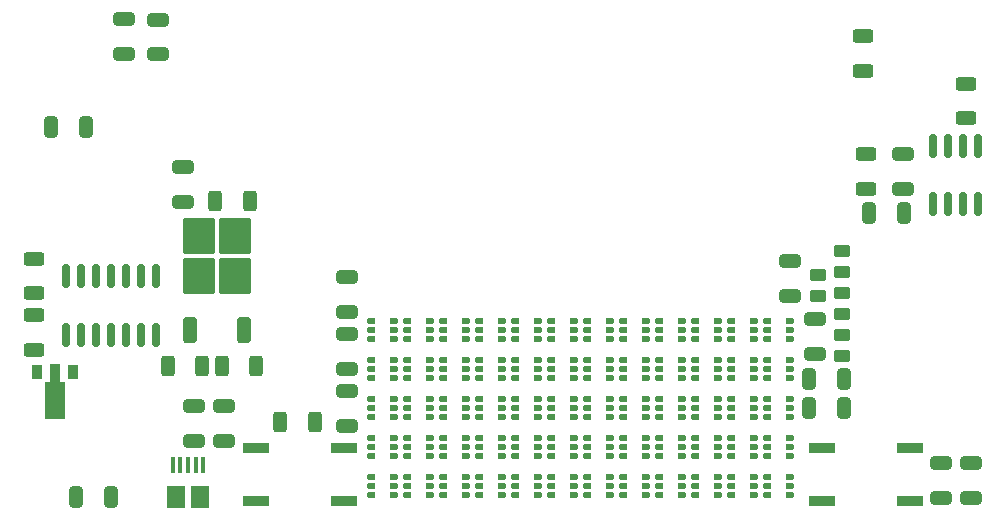
<source format=gtp>
G04 #@! TF.GenerationSoftware,KiCad,Pcbnew,7.0.5-0*
G04 #@! TF.CreationDate,2024-11-09T14:15:42+01:00*
G04 #@! TF.ProjectId,p44mini_lx,7034346d-696e-4695-9f6c-782e6b696361,rev?*
G04 #@! TF.SameCoordinates,Original*
G04 #@! TF.FileFunction,Paste,Top*
G04 #@! TF.FilePolarity,Positive*
%FSLAX46Y46*%
G04 Gerber Fmt 4.6, Leading zero omitted, Abs format (unit mm)*
G04 Created by KiCad (PCBNEW 7.0.5-0) date 2024-11-09 14:15:42*
%MOMM*%
%LPD*%
G01*
G04 APERTURE LIST*
G04 Aperture macros list*
%AMRoundRect*
0 Rectangle with rounded corners*
0 $1 Rounding radius*
0 $2 $3 $4 $5 $6 $7 $8 $9 X,Y pos of 4 corners*
0 Add a 4 corners polygon primitive as box body*
4,1,4,$2,$3,$4,$5,$6,$7,$8,$9,$2,$3,0*
0 Add four circle primitives for the rounded corners*
1,1,$1+$1,$2,$3*
1,1,$1+$1,$4,$5*
1,1,$1+$1,$6,$7*
1,1,$1+$1,$8,$9*
0 Add four rect primitives between the rounded corners*
20,1,$1+$1,$2,$3,$4,$5,0*
20,1,$1+$1,$4,$5,$6,$7,0*
20,1,$1+$1,$6,$7,$8,$9,0*
20,1,$1+$1,$8,$9,$2,$3,0*%
%AMFreePoly0*
4,1,13,-0.325000,0.112500,-0.316436,0.155552,-0.292050,0.192050,-0.255552,0.216436,-0.212500,0.225000,0.325000,0.225000,0.325000,-0.225000,-0.212500,-0.225000,-0.255552,-0.216436,-0.292050,-0.192050,-0.316436,-0.155552,-0.325000,-0.112500,-0.325000,0.112500,-0.325000,0.112500,$1*%
%AMFreePoly1*
4,1,13,-0.325000,0.225000,0.212500,0.225000,0.255552,0.216436,0.292050,0.192050,0.316436,0.155552,0.325000,0.112500,0.325000,-0.112500,0.316436,-0.155552,0.292050,-0.192050,0.255552,-0.216436,0.212500,-0.225000,-0.325000,-0.225000,-0.325000,0.225000,-0.325000,0.225000,$1*%
%AMFreePoly2*
4,1,9,3.862500,-0.866500,0.737500,-0.866500,0.737500,-0.450000,-0.737500,-0.450000,-0.737500,0.450000,0.737500,0.450000,0.737500,0.866500,3.862500,0.866500,3.862500,-0.866500,3.862500,-0.866500,$1*%
G04 Aperture macros list end*
%ADD10FreePoly0,180.000000*%
%ADD11FreePoly1,180.000000*%
%ADD12FreePoly0,0.000000*%
%ADD13FreePoly1,0.000000*%
%ADD14RoundRect,0.250000X0.625000X-0.312500X0.625000X0.312500X-0.625000X0.312500X-0.625000X-0.312500X0*%
%ADD15RoundRect,0.250000X-0.325000X-0.650000X0.325000X-0.650000X0.325000X0.650000X-0.325000X0.650000X0*%
%ADD16RoundRect,0.250000X0.325000X0.650000X-0.325000X0.650000X-0.325000X-0.650000X0.325000X-0.650000X0*%
%ADD17RoundRect,0.150000X0.150000X-0.825000X0.150000X0.825000X-0.150000X0.825000X-0.150000X-0.825000X0*%
%ADD18RoundRect,0.250000X-0.650000X0.325000X-0.650000X-0.325000X0.650000X-0.325000X0.650000X0.325000X0*%
%ADD19RoundRect,0.250000X-0.625000X0.312500X-0.625000X-0.312500X0.625000X-0.312500X0.625000X0.312500X0*%
%ADD20RoundRect,0.250000X0.350000X-0.850000X0.350000X0.850000X-0.350000X0.850000X-0.350000X-0.850000X0*%
%ADD21RoundRect,0.250000X1.125000X-1.275000X1.125000X1.275000X-1.125000X1.275000X-1.125000X-1.275000X0*%
%ADD22RoundRect,0.250000X0.450000X-0.262500X0.450000X0.262500X-0.450000X0.262500X-0.450000X-0.262500X0*%
%ADD23R,2.209800X0.863600*%
%ADD24RoundRect,0.250000X0.650000X-0.325000X0.650000X0.325000X-0.650000X0.325000X-0.650000X-0.325000X0*%
%ADD25RoundRect,0.250000X-0.312500X-0.625000X0.312500X-0.625000X0.312500X0.625000X-0.312500X0.625000X0*%
%ADD26RoundRect,0.250000X0.312500X0.625000X-0.312500X0.625000X-0.312500X-0.625000X0.312500X-0.625000X0*%
%ADD27R,0.900000X1.300000*%
%ADD28FreePoly2,270.000000*%
%ADD29R,0.400000X1.350000*%
%ADD30R,1.500000X1.900000*%
G04 APERTURE END LIST*
D10*
X96987000Y-73160000D03*
X96987000Y-72390000D03*
X96987000Y-71620000D03*
D11*
X95037000Y-71620000D03*
X95037000Y-72390000D03*
X95037000Y-73160000D03*
D12*
X113325000Y-81526000D03*
X113325000Y-82296000D03*
X113325000Y-83066000D03*
D13*
X115275000Y-83066000D03*
X115275000Y-82296000D03*
X115275000Y-81526000D03*
D12*
X122469000Y-81526000D03*
X122469000Y-82296000D03*
X122469000Y-83066000D03*
D13*
X124419000Y-83066000D03*
X124419000Y-82296000D03*
X124419000Y-81526000D03*
D12*
X101133000Y-81526000D03*
X101133000Y-82296000D03*
X101133000Y-83066000D03*
D13*
X103083000Y-83066000D03*
X103083000Y-82296000D03*
X103083000Y-81526000D03*
D14*
X66497200Y-70712500D03*
X66497200Y-67787500D03*
D15*
X137209000Y-59182000D03*
X140159000Y-59182000D03*
D12*
X104181000Y-81526000D03*
X104181000Y-82296000D03*
X104181000Y-83066000D03*
D13*
X106131000Y-83066000D03*
X106131000Y-82296000D03*
X106131000Y-81526000D03*
D12*
X119421000Y-81526000D03*
X119421000Y-82296000D03*
X119421000Y-83066000D03*
D13*
X121371000Y-83066000D03*
X121371000Y-82296000D03*
X121371000Y-81526000D03*
D12*
X116373000Y-81526000D03*
X116373000Y-82296000D03*
X116373000Y-83066000D03*
D13*
X118323000Y-83066000D03*
X118323000Y-82296000D03*
X118323000Y-81526000D03*
D12*
X98085000Y-74922000D03*
X98085000Y-75692000D03*
X98085000Y-76462000D03*
D13*
X100035000Y-76462000D03*
X100035000Y-75692000D03*
X100035000Y-74922000D03*
D15*
X70051400Y-83210400D03*
X73001400Y-83210400D03*
D12*
X110277000Y-81526000D03*
X110277000Y-82296000D03*
X110277000Y-83066000D03*
D13*
X112227000Y-83066000D03*
X112227000Y-82296000D03*
X112227000Y-81526000D03*
D10*
X100035000Y-73160000D03*
X100035000Y-72390000D03*
X100035000Y-71620000D03*
D11*
X98085000Y-71620000D03*
X98085000Y-72390000D03*
X98085000Y-73160000D03*
D16*
X70875000Y-51850000D03*
X67925000Y-51850000D03*
D12*
X110277000Y-68318000D03*
X110277000Y-69088000D03*
X110277000Y-69858000D03*
D13*
X112227000Y-69858000D03*
X112227000Y-69088000D03*
X112227000Y-68318000D03*
D12*
X122469000Y-74922000D03*
X122469000Y-75692000D03*
X122469000Y-76462000D03*
D13*
X124419000Y-76462000D03*
X124419000Y-75692000D03*
X124419000Y-74922000D03*
D10*
X118323000Y-79764000D03*
X118323000Y-78994000D03*
X118323000Y-78224000D03*
D11*
X116373000Y-78224000D03*
X116373000Y-78994000D03*
X116373000Y-79764000D03*
D17*
X142621000Y-58405800D03*
X143891000Y-58405800D03*
X145161000Y-58405800D03*
X146431000Y-58405800D03*
X146431000Y-53455800D03*
X145161000Y-53455800D03*
X143891000Y-53455800D03*
X142621000Y-53455800D03*
D14*
X136906000Y-57088500D03*
X136906000Y-54163500D03*
D12*
X101133000Y-68318000D03*
X101133000Y-69088000D03*
X101133000Y-69858000D03*
D13*
X103083000Y-69858000D03*
X103083000Y-69088000D03*
X103083000Y-68318000D03*
D16*
X135028200Y-73202800D03*
X132078200Y-73202800D03*
D18*
X92964000Y-69391000D03*
X92964000Y-72341000D03*
D10*
X115275000Y-79764000D03*
X115275000Y-78994000D03*
X115275000Y-78224000D03*
D11*
X113325000Y-78224000D03*
X113325000Y-78994000D03*
X113325000Y-79764000D03*
D19*
X136652000Y-44206700D03*
X136652000Y-47131700D03*
D12*
X128565000Y-81526000D03*
X128565000Y-82296000D03*
X128565000Y-83066000D03*
D13*
X130515000Y-83066000D03*
X130515000Y-82296000D03*
X130515000Y-81526000D03*
D12*
X119421000Y-68318000D03*
X119421000Y-69088000D03*
X119421000Y-69858000D03*
D13*
X121371000Y-69858000D03*
X121371000Y-69088000D03*
X121371000Y-68318000D03*
D10*
X121371000Y-79764000D03*
X121371000Y-78994000D03*
X121371000Y-78224000D03*
D11*
X119421000Y-78224000D03*
X119421000Y-78994000D03*
X119421000Y-79764000D03*
D10*
X112227000Y-73160000D03*
X112227000Y-72390000D03*
X112227000Y-71620000D03*
D11*
X110277000Y-71620000D03*
X110277000Y-72390000D03*
X110277000Y-73160000D03*
D20*
X79660400Y-69098800D03*
D21*
X80415400Y-64473800D03*
X83465400Y-64473800D03*
X80415400Y-61123800D03*
X83465400Y-61123800D03*
D20*
X84220400Y-69098800D03*
D10*
X130515000Y-79764000D03*
X130515000Y-78994000D03*
X130515000Y-78224000D03*
D11*
X128565000Y-78224000D03*
X128565000Y-78994000D03*
X128565000Y-79764000D03*
D22*
X132842000Y-66190500D03*
X132842000Y-64365500D03*
D23*
X133159500Y-79029999D03*
X140652500Y-79029999D03*
X133159500Y-83530001D03*
X140652500Y-83530001D03*
D12*
X95037000Y-81526000D03*
X95037000Y-82296000D03*
X95037000Y-83066000D03*
D13*
X96987000Y-83066000D03*
X96987000Y-82296000D03*
X96987000Y-81526000D03*
D22*
X134874000Y-64158500D03*
X134874000Y-62333500D03*
D24*
X92964000Y-67515000D03*
X92964000Y-64565000D03*
D12*
X95037000Y-68318000D03*
X95037000Y-69088000D03*
X95037000Y-69858000D03*
D13*
X96987000Y-69858000D03*
X96987000Y-69088000D03*
X96987000Y-68318000D03*
D10*
X106131000Y-79764000D03*
X106131000Y-78994000D03*
X106131000Y-78224000D03*
D11*
X104181000Y-78224000D03*
X104181000Y-78994000D03*
X104181000Y-79764000D03*
D18*
X80010000Y-75487000D03*
X80010000Y-78437000D03*
D10*
X115275000Y-73160000D03*
X115275000Y-72390000D03*
X115275000Y-71620000D03*
D11*
X113325000Y-71620000D03*
X113325000Y-72390000D03*
X113325000Y-73160000D03*
D12*
X107229000Y-68318000D03*
X107229000Y-69088000D03*
X107229000Y-69858000D03*
D13*
X109179000Y-69858000D03*
X109179000Y-69088000D03*
X109179000Y-68318000D03*
D10*
X109179000Y-73160000D03*
X109179000Y-72390000D03*
X109179000Y-71620000D03*
D11*
X107229000Y-71620000D03*
X107229000Y-72390000D03*
X107229000Y-73160000D03*
D14*
X145415000Y-51119500D03*
X145415000Y-48194500D03*
D10*
X96987000Y-79764000D03*
X96987000Y-78994000D03*
X96987000Y-78224000D03*
D11*
X95037000Y-78224000D03*
X95037000Y-78994000D03*
X95037000Y-79764000D03*
D22*
X134874000Y-67714500D03*
X134874000Y-65889500D03*
D12*
X125517000Y-74922000D03*
X125517000Y-75692000D03*
X125517000Y-76462000D03*
D13*
X127467000Y-76462000D03*
X127467000Y-75692000D03*
X127467000Y-74922000D03*
D12*
X122469000Y-68318000D03*
X122469000Y-69088000D03*
X122469000Y-69858000D03*
D13*
X124419000Y-69858000D03*
X124419000Y-69088000D03*
X124419000Y-68318000D03*
D10*
X118323000Y-73160000D03*
X118323000Y-72390000D03*
X118323000Y-71620000D03*
D11*
X116373000Y-71620000D03*
X116373000Y-72390000D03*
X116373000Y-73160000D03*
D25*
X87310500Y-76835000D03*
X90235500Y-76835000D03*
D24*
X132588000Y-71071000D03*
X132588000Y-68121000D03*
D17*
X69190000Y-69475000D03*
X70460000Y-69475000D03*
X71730000Y-69475000D03*
X73000000Y-69475000D03*
X74270000Y-69475000D03*
X75540000Y-69475000D03*
X76810000Y-69475000D03*
X76810000Y-64525000D03*
X75540000Y-64525000D03*
X74270000Y-64525000D03*
X73000000Y-64525000D03*
X71730000Y-64525000D03*
X70460000Y-64525000D03*
X69190000Y-64525000D03*
D24*
X77000000Y-45725000D03*
X77000000Y-42775000D03*
D23*
X85255100Y-79029999D03*
X92748100Y-79029999D03*
X85255100Y-83530001D03*
X92748100Y-83530001D03*
D18*
X130505200Y-63193400D03*
X130505200Y-66143400D03*
D12*
X116373000Y-68318000D03*
X116373000Y-69088000D03*
X116373000Y-69858000D03*
D13*
X118323000Y-69858000D03*
X118323000Y-69088000D03*
X118323000Y-68318000D03*
D12*
X128565000Y-74922000D03*
X128565000Y-75692000D03*
X128565000Y-76462000D03*
D13*
X130515000Y-76462000D03*
X130515000Y-75692000D03*
X130515000Y-74922000D03*
D18*
X145796000Y-80313000D03*
X145796000Y-83263000D03*
D12*
X107229000Y-81526000D03*
X107229000Y-82296000D03*
X107229000Y-83066000D03*
D13*
X109179000Y-83066000D03*
X109179000Y-82296000D03*
X109179000Y-81526000D03*
D12*
X116373000Y-74922000D03*
X116373000Y-75692000D03*
X116373000Y-76462000D03*
D13*
X118323000Y-76462000D03*
X118323000Y-75692000D03*
X118323000Y-74922000D03*
D10*
X106131000Y-73160000D03*
X106131000Y-72390000D03*
X106131000Y-71620000D03*
D11*
X104181000Y-71620000D03*
X104181000Y-72390000D03*
X104181000Y-73160000D03*
D12*
X98085000Y-81526000D03*
X98085000Y-82296000D03*
X98085000Y-83066000D03*
D13*
X100035000Y-83066000D03*
X100035000Y-82296000D03*
X100035000Y-81526000D03*
D10*
X103083000Y-73160000D03*
X103083000Y-72390000D03*
X103083000Y-71620000D03*
D11*
X101133000Y-71620000D03*
X101133000Y-72390000D03*
X101133000Y-73160000D03*
D24*
X74117200Y-45671000D03*
X74117200Y-42721000D03*
D10*
X124419000Y-73160000D03*
X124419000Y-72390000D03*
X124419000Y-71620000D03*
D11*
X122469000Y-71620000D03*
X122469000Y-72390000D03*
X122469000Y-73160000D03*
D18*
X82550000Y-75487000D03*
X82550000Y-78437000D03*
D12*
X110277000Y-74922000D03*
X110277000Y-75692000D03*
X110277000Y-76462000D03*
D13*
X112227000Y-76462000D03*
X112227000Y-75692000D03*
X112227000Y-74922000D03*
D10*
X124419000Y-79764000D03*
X124419000Y-78994000D03*
X124419000Y-78224000D03*
D11*
X122469000Y-78224000D03*
X122469000Y-78994000D03*
X122469000Y-79764000D03*
D12*
X98085000Y-68318000D03*
X98085000Y-69088000D03*
X98085000Y-69858000D03*
D13*
X100035000Y-69858000D03*
X100035000Y-69088000D03*
X100035000Y-68318000D03*
D26*
X85282500Y-72136000D03*
X82357500Y-72136000D03*
D18*
X140055600Y-54151000D03*
X140055600Y-57101000D03*
D10*
X103083000Y-79764000D03*
X103083000Y-78994000D03*
X103083000Y-78224000D03*
D11*
X101133000Y-78224000D03*
X101133000Y-78994000D03*
X101133000Y-79764000D03*
D26*
X80710500Y-72136000D03*
X77785500Y-72136000D03*
D12*
X95037000Y-74922000D03*
X95037000Y-75692000D03*
X95037000Y-76462000D03*
D13*
X96987000Y-76462000D03*
X96987000Y-75692000D03*
X96987000Y-74922000D03*
D12*
X128565000Y-68318000D03*
X128565000Y-69088000D03*
X128565000Y-69858000D03*
D13*
X130515000Y-69858000D03*
X130515000Y-69088000D03*
X130515000Y-68318000D03*
D12*
X107229000Y-74922000D03*
X107229000Y-75692000D03*
X107229000Y-76462000D03*
D13*
X109179000Y-76462000D03*
X109179000Y-75692000D03*
X109179000Y-74922000D03*
D27*
X69750000Y-72624400D03*
D28*
X68250000Y-72711900D03*
D27*
X66750000Y-72624400D03*
D18*
X143256000Y-80313000D03*
X143256000Y-83263000D03*
D10*
X109179000Y-79764000D03*
X109179000Y-78994000D03*
X109179000Y-78224000D03*
D11*
X107229000Y-78224000D03*
X107229000Y-78994000D03*
X107229000Y-79764000D03*
D10*
X127467000Y-73160000D03*
X127467000Y-72390000D03*
X127467000Y-71620000D03*
D11*
X125517000Y-71620000D03*
X125517000Y-72390000D03*
X125517000Y-73160000D03*
D12*
X113325000Y-74922000D03*
X113325000Y-75692000D03*
X113325000Y-76462000D03*
D13*
X115275000Y-76462000D03*
X115275000Y-75692000D03*
X115275000Y-74922000D03*
D10*
X112227000Y-79764000D03*
X112227000Y-78994000D03*
X112227000Y-78224000D03*
D11*
X110277000Y-78224000D03*
X110277000Y-78994000D03*
X110277000Y-79764000D03*
D22*
X134874000Y-71270500D03*
X134874000Y-69445500D03*
D16*
X135028200Y-75641200D03*
X132078200Y-75641200D03*
D12*
X125517000Y-68318000D03*
X125517000Y-69088000D03*
X125517000Y-69858000D03*
D13*
X127467000Y-69858000D03*
X127467000Y-69088000D03*
X127467000Y-68318000D03*
D24*
X92964000Y-77167000D03*
X92964000Y-74217000D03*
D10*
X127467000Y-79764000D03*
X127467000Y-78994000D03*
X127467000Y-78224000D03*
D11*
X125517000Y-78224000D03*
X125517000Y-78994000D03*
X125517000Y-79764000D03*
D10*
X121371000Y-73160000D03*
X121371000Y-72390000D03*
X121371000Y-71620000D03*
D11*
X119421000Y-71620000D03*
X119421000Y-72390000D03*
X119421000Y-73160000D03*
D25*
X81798700Y-58166000D03*
X84723700Y-58166000D03*
D12*
X104181000Y-68318000D03*
X104181000Y-69088000D03*
X104181000Y-69858000D03*
D13*
X106131000Y-69858000D03*
X106131000Y-69088000D03*
X106131000Y-68318000D03*
D14*
X66497200Y-65962500D03*
X66497200Y-63037500D03*
D12*
X101133000Y-74922000D03*
X101133000Y-75692000D03*
X101133000Y-76462000D03*
D13*
X103083000Y-76462000D03*
X103083000Y-75692000D03*
X103083000Y-74922000D03*
D10*
X100035000Y-79764000D03*
X100035000Y-78994000D03*
X100035000Y-78224000D03*
D11*
X98085000Y-78224000D03*
X98085000Y-78994000D03*
X98085000Y-79764000D03*
D12*
X125517000Y-81526000D03*
X125517000Y-82296000D03*
X125517000Y-83066000D03*
D13*
X127467000Y-83066000D03*
X127467000Y-82296000D03*
X127467000Y-81526000D03*
D12*
X113325000Y-68318000D03*
X113325000Y-69088000D03*
X113325000Y-69858000D03*
D13*
X115275000Y-69858000D03*
X115275000Y-69088000D03*
X115275000Y-68318000D03*
D12*
X119421000Y-74922000D03*
X119421000Y-75692000D03*
X119421000Y-76462000D03*
D13*
X121371000Y-76462000D03*
X121371000Y-75692000D03*
X121371000Y-74922000D03*
D29*
X78202000Y-80528700D03*
X78852000Y-80528700D03*
X79502000Y-80528700D03*
X80152000Y-80528700D03*
X80802000Y-80528700D03*
D30*
X78502000Y-83228700D03*
X80502000Y-83228700D03*
D12*
X104181000Y-74922000D03*
X104181000Y-75692000D03*
X104181000Y-76462000D03*
D13*
X106131000Y-76462000D03*
X106131000Y-75692000D03*
X106131000Y-74922000D03*
D24*
X79095600Y-58218600D03*
X79095600Y-55268600D03*
D10*
X130515000Y-73160000D03*
X130515000Y-72390000D03*
X130515000Y-71620000D03*
D11*
X128565000Y-71620000D03*
X128565000Y-72390000D03*
X128565000Y-73160000D03*
M02*

</source>
